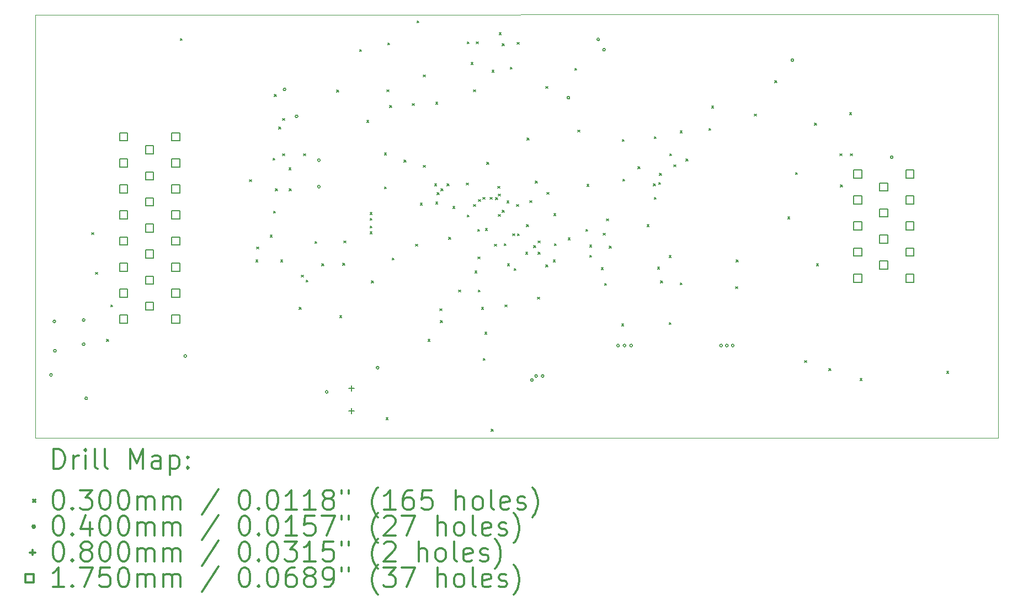
<source format=gbr>
%FSLAX45Y45*%
G04 Gerber Fmt 4.5, Leading zero omitted, Abs format (unit mm)*
G04 Created by KiCad (PCBNEW 5.1.10-1.fc34) date 2021-07-05 17:19:39*
%MOMM*%
%LPD*%
G01*
G04 APERTURE LIST*
%TA.AperFunction,Profile*%
%ADD10C,0.050000*%
%TD*%
%ADD11C,0.200000*%
%ADD12C,0.300000*%
G04 APERTURE END LIST*
D10*
X21456650Y-12938900D02*
X21456650Y-6438900D01*
X6677550Y-12941200D02*
X21456650Y-12938900D01*
X6677550Y-6441200D02*
X6677550Y-12941200D01*
X21456650Y-6438900D02*
X6677550Y-6441200D01*
D11*
X7545000Y-9785000D02*
X7575000Y-9815000D01*
X7575000Y-9785000D02*
X7545000Y-9815000D01*
X7605000Y-10395000D02*
X7635000Y-10425000D01*
X7635000Y-10395000D02*
X7605000Y-10425000D01*
X7775000Y-11425000D02*
X7805000Y-11455000D01*
X7805000Y-11425000D02*
X7775000Y-11455000D01*
X7835000Y-10895000D02*
X7865000Y-10925000D01*
X7865000Y-10895000D02*
X7835000Y-10925000D01*
X8905000Y-6805000D02*
X8935000Y-6835000D01*
X8935000Y-6805000D02*
X8905000Y-6835000D01*
X9965000Y-8975000D02*
X9995000Y-9005000D01*
X9995000Y-8975000D02*
X9965000Y-9005000D01*
X10065000Y-10205000D02*
X10095000Y-10235000D01*
X10095000Y-10205000D02*
X10065000Y-10235000D01*
X10075000Y-10005000D02*
X10105000Y-10035000D01*
X10105000Y-10005000D02*
X10075000Y-10035000D01*
X10285000Y-9825000D02*
X10315000Y-9855000D01*
X10315000Y-9825000D02*
X10285000Y-9855000D01*
X10325000Y-8645000D02*
X10355000Y-8675000D01*
X10355000Y-8645000D02*
X10325000Y-8675000D01*
X10335000Y-9455000D02*
X10365000Y-9485000D01*
X10365000Y-9455000D02*
X10335000Y-9485000D01*
X10345000Y-7665000D02*
X10375000Y-7695000D01*
X10375000Y-7665000D02*
X10345000Y-7695000D01*
X10365000Y-9115000D02*
X10395000Y-9145000D01*
X10395000Y-9115000D02*
X10365000Y-9145000D01*
X10415000Y-8165000D02*
X10445000Y-8195000D01*
X10445000Y-8165000D02*
X10415000Y-8195000D01*
X10445000Y-10205000D02*
X10475000Y-10235000D01*
X10475000Y-10205000D02*
X10445000Y-10235000D01*
X10475000Y-8035000D02*
X10505000Y-8065000D01*
X10505000Y-8035000D02*
X10475000Y-8065000D01*
X10475000Y-8575000D02*
X10505000Y-8605000D01*
X10505000Y-8575000D02*
X10475000Y-8605000D01*
X10571682Y-8791682D02*
X10601682Y-8821682D01*
X10601682Y-8791682D02*
X10571682Y-8821682D01*
X10575000Y-9115000D02*
X10605000Y-9145000D01*
X10605000Y-9115000D02*
X10575000Y-9145000D01*
X10729200Y-10932400D02*
X10759200Y-10962400D01*
X10759200Y-10932400D02*
X10729200Y-10962400D01*
X10760950Y-10437100D02*
X10790950Y-10467100D01*
X10790950Y-10437100D02*
X10760950Y-10467100D01*
X10795000Y-8575000D02*
X10825000Y-8605000D01*
X10825000Y-8575000D02*
X10795000Y-8605000D01*
X10835000Y-10515000D02*
X10865000Y-10545000D01*
X10865000Y-10515000D02*
X10835000Y-10545000D01*
X10970500Y-9922750D02*
X11000500Y-9952750D01*
X11000500Y-9922750D02*
X10970500Y-9952750D01*
X11075000Y-10265000D02*
X11105000Y-10295000D01*
X11105000Y-10265000D02*
X11075000Y-10295000D01*
X11305000Y-7596220D02*
X11335000Y-7626220D01*
X11335000Y-7596220D02*
X11305000Y-7626220D01*
X11351500Y-11059400D02*
X11381500Y-11089400D01*
X11381500Y-11059400D02*
X11351500Y-11089400D01*
X11395000Y-10255000D02*
X11425000Y-10285000D01*
X11425000Y-10255000D02*
X11395000Y-10285000D01*
X11415000Y-9915000D02*
X11445000Y-9945000D01*
X11445000Y-9915000D02*
X11415000Y-9945000D01*
X11655000Y-6975000D02*
X11685000Y-7005000D01*
X11685000Y-6975000D02*
X11655000Y-7005000D01*
X11765000Y-8065000D02*
X11795000Y-8095000D01*
X11795000Y-8065000D02*
X11765000Y-8095000D01*
X11815000Y-9475000D02*
X11845000Y-9505000D01*
X11845000Y-9475000D02*
X11815000Y-9505000D01*
X11815000Y-9565000D02*
X11845000Y-9595000D01*
X11845000Y-9565000D02*
X11815000Y-9595000D01*
X11815000Y-9685000D02*
X11845000Y-9715000D01*
X11845000Y-9685000D02*
X11815000Y-9715000D01*
X11815000Y-9775000D02*
X11845000Y-9805000D01*
X11845000Y-9775000D02*
X11815000Y-9805000D01*
X11835000Y-10525000D02*
X11865000Y-10555000D01*
X11865000Y-10525000D02*
X11835000Y-10555000D01*
X12035000Y-8565000D02*
X12065000Y-8595000D01*
X12065000Y-8565000D02*
X12035000Y-8595000D01*
X12035000Y-9085000D02*
X12065000Y-9115000D01*
X12065000Y-9085000D02*
X12035000Y-9115000D01*
X12062700Y-12627850D02*
X12092700Y-12657850D01*
X12092700Y-12627850D02*
X12062700Y-12657850D01*
X12075000Y-7595000D02*
X12105000Y-7625000D01*
X12105000Y-7595000D02*
X12075000Y-7625000D01*
X12085000Y-6875000D02*
X12115000Y-6905000D01*
X12115000Y-6875000D02*
X12085000Y-6905000D01*
X12115000Y-7835000D02*
X12145000Y-7865000D01*
X12145000Y-7835000D02*
X12115000Y-7865000D01*
X12155000Y-10175000D02*
X12185000Y-10205000D01*
X12185000Y-10175000D02*
X12155000Y-10205000D01*
X12335000Y-8675000D02*
X12365000Y-8705000D01*
X12365000Y-8675000D02*
X12335000Y-8705000D01*
X12465000Y-7805000D02*
X12495000Y-7835000D01*
X12495000Y-7805000D02*
X12465000Y-7835000D01*
X12515000Y-9965000D02*
X12545000Y-9995000D01*
X12545000Y-9965000D02*
X12515000Y-9995000D01*
X12535000Y-6535000D02*
X12565000Y-6565000D01*
X12565000Y-6535000D02*
X12535000Y-6565000D01*
X12585000Y-9335000D02*
X12615000Y-9365000D01*
X12615000Y-9335000D02*
X12585000Y-9365000D01*
X12635000Y-7365000D02*
X12665000Y-7395000D01*
X12665000Y-7365000D02*
X12635000Y-7395000D01*
X12635000Y-8755000D02*
X12665000Y-8785000D01*
X12665000Y-8755000D02*
X12635000Y-8785000D01*
X12705000Y-11425000D02*
X12735000Y-11455000D01*
X12735000Y-11425000D02*
X12705000Y-11455000D01*
X12805000Y-9035000D02*
X12835000Y-9065000D01*
X12835000Y-9035000D02*
X12805000Y-9065000D01*
X12825000Y-7785000D02*
X12855000Y-7815000D01*
X12855000Y-7785000D02*
X12825000Y-7815000D01*
X12825000Y-9315000D02*
X12855000Y-9345000D01*
X12855000Y-9315000D02*
X12825000Y-9345000D01*
X12844289Y-9170560D02*
X12874289Y-9200560D01*
X12874289Y-9170560D02*
X12844289Y-9200560D01*
X12885000Y-10955000D02*
X12915000Y-10985000D01*
X12915000Y-10955000D02*
X12885000Y-10985000D01*
X12895000Y-11135000D02*
X12925000Y-11165000D01*
X12925000Y-11135000D02*
X12895000Y-11165000D01*
X12905000Y-9115000D02*
X12935000Y-9145000D01*
X12935000Y-9115000D02*
X12905000Y-9145000D01*
X12995000Y-9035000D02*
X13025000Y-9065000D01*
X13025000Y-9035000D02*
X12995000Y-9065000D01*
X13021550Y-9859250D02*
X13051550Y-9889250D01*
X13051550Y-9859250D02*
X13021550Y-9889250D01*
X13085107Y-9385000D02*
X13115107Y-9415000D01*
X13115107Y-9385000D02*
X13085107Y-9415000D01*
X13175000Y-10665000D02*
X13205000Y-10695000D01*
X13205000Y-10665000D02*
X13175000Y-10695000D01*
X13295000Y-9025000D02*
X13325000Y-9055000D01*
X13325000Y-9025000D02*
X13295000Y-9055000D01*
X13305000Y-6855000D02*
X13335000Y-6885000D01*
X13335000Y-6855000D02*
X13305000Y-6885000D01*
X13305000Y-9515000D02*
X13335000Y-9545000D01*
X13335000Y-9515000D02*
X13305000Y-9545000D01*
X13365000Y-7175000D02*
X13395000Y-7205000D01*
X13395000Y-7175000D02*
X13365000Y-7205000D01*
X13405000Y-7595000D02*
X13435000Y-7625000D01*
X13435000Y-7595000D02*
X13405000Y-7625000D01*
X13405000Y-9355000D02*
X13435000Y-9385000D01*
X13435000Y-9355000D02*
X13405000Y-9385000D01*
X13425000Y-10375000D02*
X13455000Y-10405000D01*
X13455000Y-10375000D02*
X13425000Y-10405000D01*
X13445000Y-6855000D02*
X13475000Y-6885000D01*
X13475000Y-6855000D02*
X13445000Y-6885000D01*
X13465000Y-9735000D02*
X13495000Y-9765000D01*
X13495000Y-9735000D02*
X13465000Y-9765000D01*
X13470499Y-10160499D02*
X13500499Y-10190499D01*
X13500499Y-10160499D02*
X13470499Y-10190499D01*
X13475000Y-10665000D02*
X13505000Y-10695000D01*
X13505000Y-10665000D02*
X13475000Y-10695000D01*
X13481674Y-9276663D02*
X13511674Y-9306663D01*
X13511674Y-9276663D02*
X13481674Y-9306663D01*
X13525000Y-10935000D02*
X13555000Y-10965000D01*
X13555000Y-10935000D02*
X13525000Y-10965000D01*
X13545000Y-9245000D02*
X13575000Y-9275000D01*
X13575000Y-9245000D02*
X13545000Y-9275000D01*
X13551875Y-11718125D02*
X13581875Y-11748125D01*
X13581875Y-11718125D02*
X13551875Y-11748125D01*
X13575000Y-11315000D02*
X13605000Y-11345000D01*
X13605000Y-11315000D02*
X13575000Y-11345000D01*
X13585000Y-9725000D02*
X13615000Y-9755000D01*
X13615000Y-9725000D02*
X13585000Y-9755000D01*
X13605000Y-8705000D02*
X13635000Y-8735000D01*
X13635000Y-8705000D02*
X13605000Y-8735000D01*
X13655000Y-9245000D02*
X13685000Y-9275000D01*
X13685000Y-9245000D02*
X13655000Y-9275000D01*
X13675000Y-12805000D02*
X13705000Y-12835000D01*
X13705000Y-12805000D02*
X13675000Y-12835000D01*
X13685000Y-7294840D02*
X13715000Y-7324840D01*
X13715000Y-7294840D02*
X13685000Y-7324840D01*
X13725000Y-9965000D02*
X13755000Y-9995000D01*
X13755000Y-9965000D02*
X13725000Y-9995000D01*
X13740771Y-9250286D02*
X13770771Y-9280286D01*
X13770771Y-9250286D02*
X13740771Y-9280286D01*
X13775000Y-9075000D02*
X13805000Y-9105000D01*
X13805000Y-9075000D02*
X13775000Y-9105000D01*
X13785000Y-9195000D02*
X13815000Y-9225000D01*
X13815000Y-9195000D02*
X13785000Y-9225000D01*
X13785000Y-9505000D02*
X13815000Y-9535000D01*
X13815000Y-9505000D02*
X13785000Y-9535000D01*
X13798030Y-6719039D02*
X13828030Y-6749039D01*
X13828030Y-6719039D02*
X13798030Y-6749039D01*
X13845000Y-6885000D02*
X13875000Y-6915000D01*
X13875000Y-6885000D02*
X13845000Y-6915000D01*
X13845000Y-9445000D02*
X13875000Y-9475000D01*
X13875000Y-9445000D02*
X13845000Y-9475000D01*
X13875000Y-9955000D02*
X13905000Y-9985000D01*
X13905000Y-9955000D02*
X13875000Y-9985000D01*
X13885000Y-10895000D02*
X13915000Y-10925000D01*
X13915000Y-10895000D02*
X13885000Y-10925000D01*
X13915000Y-9299440D02*
X13945000Y-9329440D01*
X13945000Y-9299440D02*
X13915000Y-9329440D01*
X13925000Y-10265000D02*
X13955000Y-10295000D01*
X13955000Y-10265000D02*
X13925000Y-10295000D01*
X13965000Y-7245000D02*
X13995000Y-7275000D01*
X13995000Y-7245000D02*
X13965000Y-7275000D01*
X14004200Y-9805000D02*
X14034200Y-9835000D01*
X14034200Y-9805000D02*
X14004200Y-9835000D01*
X14025000Y-10335000D02*
X14055000Y-10365000D01*
X14055000Y-10335000D02*
X14025000Y-10365000D01*
X14065000Y-9355000D02*
X14095000Y-9385000D01*
X14095000Y-9355000D02*
X14065000Y-9385000D01*
X14073350Y-6863350D02*
X14103350Y-6893350D01*
X14103350Y-6863350D02*
X14073350Y-6893350D01*
X14075000Y-9805000D02*
X14105000Y-9835000D01*
X14105000Y-9805000D02*
X14075000Y-9835000D01*
X14205000Y-10085000D02*
X14235000Y-10115000D01*
X14235000Y-10085000D02*
X14205000Y-10115000D01*
X14215000Y-9665000D02*
X14245000Y-9695000D01*
X14245000Y-9665000D02*
X14215000Y-9695000D01*
X14225000Y-8335000D02*
X14255000Y-8365000D01*
X14255000Y-8335000D02*
X14225000Y-8365000D01*
X14265000Y-9295000D02*
X14295000Y-9325000D01*
X14295000Y-9295000D02*
X14265000Y-9325000D01*
X14325000Y-9985000D02*
X14355000Y-10015000D01*
X14355000Y-9985000D02*
X14325000Y-10015000D01*
X14353384Y-8996615D02*
X14383384Y-9026615D01*
X14383384Y-8996615D02*
X14353384Y-9026615D01*
X14385000Y-10775000D02*
X14415000Y-10805000D01*
X14415000Y-10775000D02*
X14385000Y-10805000D01*
X14395000Y-9915000D02*
X14425000Y-9945000D01*
X14425000Y-9915000D02*
X14395000Y-9945000D01*
X14395000Y-10085000D02*
X14425000Y-10115000D01*
X14425000Y-10085000D02*
X14395000Y-10115000D01*
X14512075Y-7542075D02*
X14542075Y-7572075D01*
X14542075Y-7542075D02*
X14512075Y-7572075D01*
X14513549Y-10282032D02*
X14543549Y-10312032D01*
X14543549Y-10282032D02*
X14513549Y-10312032D01*
X14529604Y-9169604D02*
X14559604Y-9199604D01*
X14559604Y-9169604D02*
X14529604Y-9199604D01*
X14625000Y-10205000D02*
X14655000Y-10235000D01*
X14655000Y-10205000D02*
X14625000Y-10235000D01*
X14635000Y-9495000D02*
X14665000Y-9525000D01*
X14665000Y-9495000D02*
X14635000Y-9525000D01*
X14645000Y-9955000D02*
X14675000Y-9985000D01*
X14675000Y-9955000D02*
X14645000Y-9985000D01*
X14855000Y-9865000D02*
X14885000Y-9895000D01*
X14885000Y-9865000D02*
X14855000Y-9895000D01*
X14955000Y-7265000D02*
X14985000Y-7295000D01*
X14985000Y-7265000D02*
X14955000Y-7295000D01*
X15002750Y-8212750D02*
X15032750Y-8242750D01*
X15032750Y-8212750D02*
X15002750Y-8242750D01*
X15125000Y-9735000D02*
X15155000Y-9765000D01*
X15155000Y-9735000D02*
X15125000Y-9765000D01*
X15145000Y-9045000D02*
X15175000Y-9075000D01*
X15175000Y-9045000D02*
X15145000Y-9075000D01*
X15185000Y-9975000D02*
X15215000Y-10005000D01*
X15215000Y-9975000D02*
X15185000Y-10005000D01*
X15185000Y-10135000D02*
X15215000Y-10165000D01*
X15215000Y-10135000D02*
X15185000Y-10165000D01*
X15365000Y-10325000D02*
X15395000Y-10355000D01*
X15395000Y-10325000D02*
X15365000Y-10355000D01*
X15395000Y-9795000D02*
X15425000Y-9825000D01*
X15425000Y-9795000D02*
X15395000Y-9825000D01*
X15415000Y-10565000D02*
X15445000Y-10595000D01*
X15445000Y-10565000D02*
X15415000Y-10595000D01*
X15445000Y-9575000D02*
X15475000Y-9605000D01*
X15475000Y-9575000D02*
X15445000Y-9605000D01*
X15485000Y-9995000D02*
X15515000Y-10025000D01*
X15515000Y-9995000D02*
X15485000Y-10025000D01*
X15675850Y-11186400D02*
X15705850Y-11216400D01*
X15705850Y-11186400D02*
X15675850Y-11216400D01*
X15685000Y-8355000D02*
X15715000Y-8385000D01*
X15715000Y-8355000D02*
X15685000Y-8385000D01*
X15695000Y-8965000D02*
X15725000Y-8995000D01*
X15725000Y-8965000D02*
X15695000Y-8995000D01*
X15925000Y-8775000D02*
X15955000Y-8805000D01*
X15955000Y-8775000D02*
X15925000Y-8805000D01*
X16065000Y-9665000D02*
X16095000Y-9695000D01*
X16095000Y-9665000D02*
X16065000Y-9695000D01*
X16165000Y-9035000D02*
X16195000Y-9065000D01*
X16195000Y-9035000D02*
X16165000Y-9065000D01*
X16175000Y-8315000D02*
X16205000Y-8345000D01*
X16205000Y-8315000D02*
X16175000Y-8345000D01*
X16175000Y-9245000D02*
X16205000Y-9275000D01*
X16205000Y-9245000D02*
X16175000Y-9275000D01*
X16225000Y-10315000D02*
X16255000Y-10345000D01*
X16255000Y-10315000D02*
X16225000Y-10345000D01*
X16245000Y-9015000D02*
X16275000Y-9045000D01*
X16275000Y-9015000D02*
X16245000Y-9045000D01*
X16255000Y-8875000D02*
X16285000Y-8905000D01*
X16285000Y-8875000D02*
X16255000Y-8905000D01*
X16275000Y-10525000D02*
X16305000Y-10555000D01*
X16305000Y-10525000D02*
X16275000Y-10555000D01*
X16405000Y-11165000D02*
X16435000Y-11195000D01*
X16435000Y-11165000D02*
X16405000Y-11195000D01*
X16406100Y-10138650D02*
X16436100Y-10168650D01*
X16436100Y-10138650D02*
X16406100Y-10168650D01*
X16415000Y-8575000D02*
X16445000Y-8605000D01*
X16445000Y-8575000D02*
X16415000Y-8605000D01*
X16475000Y-8745000D02*
X16505000Y-8775000D01*
X16505000Y-8745000D02*
X16475000Y-8775000D01*
X16574950Y-8225050D02*
X16604950Y-8255050D01*
X16604950Y-8225050D02*
X16574950Y-8255050D01*
X16575000Y-10555000D02*
X16605000Y-10585000D01*
X16605000Y-10555000D02*
X16575000Y-10585000D01*
X16665000Y-8655000D02*
X16695000Y-8685000D01*
X16695000Y-8655000D02*
X16665000Y-8685000D01*
X17015000Y-8185000D02*
X17045000Y-8215000D01*
X17045000Y-8185000D02*
X17015000Y-8215000D01*
X17055000Y-7845000D02*
X17085000Y-7875000D01*
X17085000Y-7845000D02*
X17055000Y-7875000D01*
X17425000Y-10615000D02*
X17455000Y-10645000D01*
X17455000Y-10615000D02*
X17425000Y-10645000D01*
X17435000Y-10205000D02*
X17465000Y-10235000D01*
X17465000Y-10205000D02*
X17435000Y-10235000D01*
X17715000Y-7965000D02*
X17745000Y-7995000D01*
X17745000Y-7965000D02*
X17715000Y-7995000D01*
X18025000Y-7455000D02*
X18055000Y-7485000D01*
X18055000Y-7455000D02*
X18025000Y-7485000D01*
X18225000Y-9545000D02*
X18255000Y-9575000D01*
X18255000Y-9545000D02*
X18225000Y-9575000D01*
X18345000Y-8865000D02*
X18375000Y-8895000D01*
X18375000Y-8865000D02*
X18345000Y-8895000D01*
X18482550Y-11751550D02*
X18512550Y-11781550D01*
X18512550Y-11751550D02*
X18482550Y-11781550D01*
X18635000Y-8105000D02*
X18665000Y-8135000D01*
X18665000Y-8105000D02*
X18635000Y-8135000D01*
X18665000Y-10265000D02*
X18695000Y-10295000D01*
X18695000Y-10265000D02*
X18665000Y-10295000D01*
X18855000Y-11875000D02*
X18885000Y-11905000D01*
X18885000Y-11875000D02*
X18855000Y-11905000D01*
X19025000Y-8575000D02*
X19055000Y-8605000D01*
X19055000Y-8575000D02*
X19025000Y-8605000D01*
X19035000Y-9055000D02*
X19065000Y-9085000D01*
X19065000Y-9055000D02*
X19035000Y-9085000D01*
X19175000Y-7945000D02*
X19205000Y-7975000D01*
X19205000Y-7945000D02*
X19175000Y-7975000D01*
X19185000Y-8575000D02*
X19215000Y-8605000D01*
X19215000Y-8575000D02*
X19185000Y-8605000D01*
X19335000Y-12025000D02*
X19365000Y-12055000D01*
X19365000Y-12025000D02*
X19335000Y-12055000D01*
X20665000Y-11915000D02*
X20695000Y-11945000D01*
X20695000Y-11915000D02*
X20665000Y-11945000D01*
X6940000Y-11970000D02*
G75*
G03*
X6940000Y-11970000I-20000J0D01*
G01*
X6990000Y-11150000D02*
G75*
G03*
X6990000Y-11150000I-20000J0D01*
G01*
X7000000Y-11600000D02*
G75*
G03*
X7000000Y-11600000I-20000J0D01*
G01*
X7440000Y-11130000D02*
G75*
G03*
X7440000Y-11130000I-20000J0D01*
G01*
X7440000Y-11500000D02*
G75*
G03*
X7440000Y-11500000I-20000J0D01*
G01*
X7480000Y-12330000D02*
G75*
G03*
X7480000Y-12330000I-20000J0D01*
G01*
X9000000Y-11680000D02*
G75*
G03*
X9000000Y-11680000I-20000J0D01*
G01*
X10522900Y-7588250D02*
G75*
G03*
X10522900Y-7588250I-20000J0D01*
G01*
X10707050Y-8001000D02*
G75*
G03*
X10707050Y-8001000I-20000J0D01*
G01*
X11049950Y-8674100D02*
G75*
G03*
X11049950Y-8674100I-20000J0D01*
G01*
X11049950Y-9080500D02*
G75*
G03*
X11049950Y-9080500I-20000J0D01*
G01*
X11170000Y-12230000D02*
G75*
G03*
X11170000Y-12230000I-20000J0D01*
G01*
X11950000Y-11860000D02*
G75*
G03*
X11950000Y-11860000I-20000J0D01*
G01*
X14320000Y-12050000D02*
G75*
G03*
X14320000Y-12050000I-20000J0D01*
G01*
X14382750Y-11987750D02*
G75*
G03*
X14382750Y-11987750I-20000J0D01*
G01*
X14482750Y-11987750D02*
G75*
G03*
X14482750Y-11987750I-20000J0D01*
G01*
X14879000Y-7715250D02*
G75*
G03*
X14879000Y-7715250I-20000J0D01*
G01*
X15336200Y-6819900D02*
G75*
G03*
X15336200Y-6819900I-20000J0D01*
G01*
X15425100Y-6978650D02*
G75*
G03*
X15425100Y-6978650I-20000J0D01*
G01*
X15640000Y-11520000D02*
G75*
G03*
X15640000Y-11520000I-20000J0D01*
G01*
X15740000Y-11520000D02*
G75*
G03*
X15740000Y-11520000I-20000J0D01*
G01*
X15840000Y-11520000D02*
G75*
G03*
X15840000Y-11520000I-20000J0D01*
G01*
X17220000Y-11520000D02*
G75*
G03*
X17220000Y-11520000I-20000J0D01*
G01*
X17310000Y-11520000D02*
G75*
G03*
X17310000Y-11520000I-20000J0D01*
G01*
X17400000Y-11520000D02*
G75*
G03*
X17400000Y-11520000I-20000J0D01*
G01*
X18314350Y-7137400D02*
G75*
G03*
X18314350Y-7137400I-20000J0D01*
G01*
X19838350Y-8629650D02*
G75*
G03*
X19838350Y-8629650I-20000J0D01*
G01*
X11531850Y-12134550D02*
X11531850Y-12214550D01*
X11491850Y-12174550D02*
X11571850Y-12174550D01*
X11531850Y-12484550D02*
X11531850Y-12564550D01*
X11491850Y-12524550D02*
X11571850Y-12524550D01*
X8094672Y-8377372D02*
X8094672Y-8253628D01*
X7970928Y-8253628D01*
X7970928Y-8377372D01*
X8094672Y-8377372D01*
X8094672Y-8777372D02*
X8094672Y-8653628D01*
X7970928Y-8653628D01*
X7970928Y-8777372D01*
X8094672Y-8777372D01*
X8094672Y-9177372D02*
X8094672Y-9053628D01*
X7970928Y-9053628D01*
X7970928Y-9177372D01*
X8094672Y-9177372D01*
X8094672Y-9577372D02*
X8094672Y-9453628D01*
X7970928Y-9453628D01*
X7970928Y-9577372D01*
X8094672Y-9577372D01*
X8094672Y-9977372D02*
X8094672Y-9853628D01*
X7970928Y-9853628D01*
X7970928Y-9977372D01*
X8094672Y-9977372D01*
X8094672Y-10377372D02*
X8094672Y-10253628D01*
X7970928Y-10253628D01*
X7970928Y-10377372D01*
X8094672Y-10377372D01*
X8094672Y-10777372D02*
X8094672Y-10653628D01*
X7970928Y-10653628D01*
X7970928Y-10777372D01*
X8094672Y-10777372D01*
X8094672Y-11177372D02*
X8094672Y-11053628D01*
X7970928Y-11053628D01*
X7970928Y-11177372D01*
X8094672Y-11177372D01*
X8494672Y-8577372D02*
X8494672Y-8453628D01*
X8370928Y-8453628D01*
X8370928Y-8577372D01*
X8494672Y-8577372D01*
X8494672Y-8977372D02*
X8494672Y-8853628D01*
X8370928Y-8853628D01*
X8370928Y-8977372D01*
X8494672Y-8977372D01*
X8494672Y-9377372D02*
X8494672Y-9253628D01*
X8370928Y-9253628D01*
X8370928Y-9377372D01*
X8494672Y-9377372D01*
X8494672Y-9777372D02*
X8494672Y-9653628D01*
X8370928Y-9653628D01*
X8370928Y-9777372D01*
X8494672Y-9777372D01*
X8494672Y-10177372D02*
X8494672Y-10053628D01*
X8370928Y-10053628D01*
X8370928Y-10177372D01*
X8494672Y-10177372D01*
X8494672Y-10577372D02*
X8494672Y-10453628D01*
X8370928Y-10453628D01*
X8370928Y-10577372D01*
X8494672Y-10577372D01*
X8494672Y-10977372D02*
X8494672Y-10853628D01*
X8370928Y-10853628D01*
X8370928Y-10977372D01*
X8494672Y-10977372D01*
X8894672Y-8377372D02*
X8894672Y-8253628D01*
X8770928Y-8253628D01*
X8770928Y-8377372D01*
X8894672Y-8377372D01*
X8894672Y-8777372D02*
X8894672Y-8653628D01*
X8770928Y-8653628D01*
X8770928Y-8777372D01*
X8894672Y-8777372D01*
X8894672Y-9177372D02*
X8894672Y-9053628D01*
X8770928Y-9053628D01*
X8770928Y-9177372D01*
X8894672Y-9177372D01*
X8894672Y-9577372D02*
X8894672Y-9453628D01*
X8770928Y-9453628D01*
X8770928Y-9577372D01*
X8894672Y-9577372D01*
X8894672Y-9977372D02*
X8894672Y-9853628D01*
X8770928Y-9853628D01*
X8770928Y-9977372D01*
X8894672Y-9977372D01*
X8894672Y-10377372D02*
X8894672Y-10253628D01*
X8770928Y-10253628D01*
X8770928Y-10377372D01*
X8894672Y-10377372D01*
X8894672Y-10777372D02*
X8894672Y-10653628D01*
X8770928Y-10653628D01*
X8770928Y-10777372D01*
X8894672Y-10777372D01*
X8894672Y-11177372D02*
X8894672Y-11053628D01*
X8770928Y-11053628D01*
X8770928Y-11177372D01*
X8894672Y-11177372D01*
X19359672Y-8946722D02*
X19359672Y-8822978D01*
X19235928Y-8822978D01*
X19235928Y-8946722D01*
X19359672Y-8946722D01*
X19359672Y-9346722D02*
X19359672Y-9222978D01*
X19235928Y-9222978D01*
X19235928Y-9346722D01*
X19359672Y-9346722D01*
X19359672Y-9746722D02*
X19359672Y-9622978D01*
X19235928Y-9622978D01*
X19235928Y-9746722D01*
X19359672Y-9746722D01*
X19359672Y-10146722D02*
X19359672Y-10022978D01*
X19235928Y-10022978D01*
X19235928Y-10146722D01*
X19359672Y-10146722D01*
X19359672Y-10546722D02*
X19359672Y-10422978D01*
X19235928Y-10422978D01*
X19235928Y-10546722D01*
X19359672Y-10546722D01*
X19759672Y-9146722D02*
X19759672Y-9022978D01*
X19635928Y-9022978D01*
X19635928Y-9146722D01*
X19759672Y-9146722D01*
X19759672Y-9546722D02*
X19759672Y-9422978D01*
X19635928Y-9422978D01*
X19635928Y-9546722D01*
X19759672Y-9546722D01*
X19759672Y-9946722D02*
X19759672Y-9822978D01*
X19635928Y-9822978D01*
X19635928Y-9946722D01*
X19759672Y-9946722D01*
X19759672Y-10346722D02*
X19759672Y-10222978D01*
X19635928Y-10222978D01*
X19635928Y-10346722D01*
X19759672Y-10346722D01*
X20159672Y-8946722D02*
X20159672Y-8822978D01*
X20035928Y-8822978D01*
X20035928Y-8946722D01*
X20159672Y-8946722D01*
X20159672Y-9346722D02*
X20159672Y-9222978D01*
X20035928Y-9222978D01*
X20035928Y-9346722D01*
X20159672Y-9346722D01*
X20159672Y-9746722D02*
X20159672Y-9622978D01*
X20035928Y-9622978D01*
X20035928Y-9746722D01*
X20159672Y-9746722D01*
X20159672Y-10146722D02*
X20159672Y-10022978D01*
X20035928Y-10022978D01*
X20035928Y-10146722D01*
X20159672Y-10146722D01*
X20159672Y-10546722D02*
X20159672Y-10422978D01*
X20035928Y-10422978D01*
X20035928Y-10546722D01*
X20159672Y-10546722D01*
D12*
X6961478Y-13409414D02*
X6961478Y-13109414D01*
X7032907Y-13109414D01*
X7075764Y-13123700D01*
X7104336Y-13152271D01*
X7118621Y-13180843D01*
X7132907Y-13237986D01*
X7132907Y-13280843D01*
X7118621Y-13337986D01*
X7104336Y-13366557D01*
X7075764Y-13395129D01*
X7032907Y-13409414D01*
X6961478Y-13409414D01*
X7261478Y-13409414D02*
X7261478Y-13209414D01*
X7261478Y-13266557D02*
X7275764Y-13237986D01*
X7290050Y-13223700D01*
X7318621Y-13209414D01*
X7347193Y-13209414D01*
X7447193Y-13409414D02*
X7447193Y-13209414D01*
X7447193Y-13109414D02*
X7432907Y-13123700D01*
X7447193Y-13137986D01*
X7461478Y-13123700D01*
X7447193Y-13109414D01*
X7447193Y-13137986D01*
X7632907Y-13409414D02*
X7604336Y-13395129D01*
X7590050Y-13366557D01*
X7590050Y-13109414D01*
X7790050Y-13409414D02*
X7761478Y-13395129D01*
X7747193Y-13366557D01*
X7747193Y-13109414D01*
X8132907Y-13409414D02*
X8132907Y-13109414D01*
X8232907Y-13323700D01*
X8332907Y-13109414D01*
X8332907Y-13409414D01*
X8604336Y-13409414D02*
X8604336Y-13252271D01*
X8590050Y-13223700D01*
X8561478Y-13209414D01*
X8504336Y-13209414D01*
X8475764Y-13223700D01*
X8604336Y-13395129D02*
X8575764Y-13409414D01*
X8504336Y-13409414D01*
X8475764Y-13395129D01*
X8461478Y-13366557D01*
X8461478Y-13337986D01*
X8475764Y-13309414D01*
X8504336Y-13295129D01*
X8575764Y-13295129D01*
X8604336Y-13280843D01*
X8747193Y-13209414D02*
X8747193Y-13509414D01*
X8747193Y-13223700D02*
X8775764Y-13209414D01*
X8832907Y-13209414D01*
X8861478Y-13223700D01*
X8875764Y-13237986D01*
X8890050Y-13266557D01*
X8890050Y-13352271D01*
X8875764Y-13380843D01*
X8861478Y-13395129D01*
X8832907Y-13409414D01*
X8775764Y-13409414D01*
X8747193Y-13395129D01*
X9018621Y-13380843D02*
X9032907Y-13395129D01*
X9018621Y-13409414D01*
X9004336Y-13395129D01*
X9018621Y-13380843D01*
X9018621Y-13409414D01*
X9018621Y-13223700D02*
X9032907Y-13237986D01*
X9018621Y-13252271D01*
X9004336Y-13237986D01*
X9018621Y-13223700D01*
X9018621Y-13252271D01*
X6645050Y-13888700D02*
X6675050Y-13918700D01*
X6675050Y-13888700D02*
X6645050Y-13918700D01*
X7018621Y-13739414D02*
X7047193Y-13739414D01*
X7075764Y-13753700D01*
X7090050Y-13767986D01*
X7104336Y-13796557D01*
X7118621Y-13853700D01*
X7118621Y-13925129D01*
X7104336Y-13982271D01*
X7090050Y-14010843D01*
X7075764Y-14025129D01*
X7047193Y-14039414D01*
X7018621Y-14039414D01*
X6990050Y-14025129D01*
X6975764Y-14010843D01*
X6961478Y-13982271D01*
X6947193Y-13925129D01*
X6947193Y-13853700D01*
X6961478Y-13796557D01*
X6975764Y-13767986D01*
X6990050Y-13753700D01*
X7018621Y-13739414D01*
X7247193Y-14010843D02*
X7261478Y-14025129D01*
X7247193Y-14039414D01*
X7232907Y-14025129D01*
X7247193Y-14010843D01*
X7247193Y-14039414D01*
X7361478Y-13739414D02*
X7547193Y-13739414D01*
X7447193Y-13853700D01*
X7490050Y-13853700D01*
X7518621Y-13867986D01*
X7532907Y-13882271D01*
X7547193Y-13910843D01*
X7547193Y-13982271D01*
X7532907Y-14010843D01*
X7518621Y-14025129D01*
X7490050Y-14039414D01*
X7404336Y-14039414D01*
X7375764Y-14025129D01*
X7361478Y-14010843D01*
X7732907Y-13739414D02*
X7761478Y-13739414D01*
X7790050Y-13753700D01*
X7804336Y-13767986D01*
X7818621Y-13796557D01*
X7832907Y-13853700D01*
X7832907Y-13925129D01*
X7818621Y-13982271D01*
X7804336Y-14010843D01*
X7790050Y-14025129D01*
X7761478Y-14039414D01*
X7732907Y-14039414D01*
X7704336Y-14025129D01*
X7690050Y-14010843D01*
X7675764Y-13982271D01*
X7661478Y-13925129D01*
X7661478Y-13853700D01*
X7675764Y-13796557D01*
X7690050Y-13767986D01*
X7704336Y-13753700D01*
X7732907Y-13739414D01*
X8018621Y-13739414D02*
X8047193Y-13739414D01*
X8075764Y-13753700D01*
X8090050Y-13767986D01*
X8104336Y-13796557D01*
X8118621Y-13853700D01*
X8118621Y-13925129D01*
X8104336Y-13982271D01*
X8090050Y-14010843D01*
X8075764Y-14025129D01*
X8047193Y-14039414D01*
X8018621Y-14039414D01*
X7990050Y-14025129D01*
X7975764Y-14010843D01*
X7961478Y-13982271D01*
X7947193Y-13925129D01*
X7947193Y-13853700D01*
X7961478Y-13796557D01*
X7975764Y-13767986D01*
X7990050Y-13753700D01*
X8018621Y-13739414D01*
X8247193Y-14039414D02*
X8247193Y-13839414D01*
X8247193Y-13867986D02*
X8261478Y-13853700D01*
X8290050Y-13839414D01*
X8332907Y-13839414D01*
X8361478Y-13853700D01*
X8375764Y-13882271D01*
X8375764Y-14039414D01*
X8375764Y-13882271D02*
X8390050Y-13853700D01*
X8418621Y-13839414D01*
X8461478Y-13839414D01*
X8490050Y-13853700D01*
X8504336Y-13882271D01*
X8504336Y-14039414D01*
X8647193Y-14039414D02*
X8647193Y-13839414D01*
X8647193Y-13867986D02*
X8661478Y-13853700D01*
X8690050Y-13839414D01*
X8732907Y-13839414D01*
X8761478Y-13853700D01*
X8775764Y-13882271D01*
X8775764Y-14039414D01*
X8775764Y-13882271D02*
X8790050Y-13853700D01*
X8818621Y-13839414D01*
X8861478Y-13839414D01*
X8890050Y-13853700D01*
X8904336Y-13882271D01*
X8904336Y-14039414D01*
X9490050Y-13725129D02*
X9232907Y-14110843D01*
X9875764Y-13739414D02*
X9904336Y-13739414D01*
X9932907Y-13753700D01*
X9947193Y-13767986D01*
X9961478Y-13796557D01*
X9975764Y-13853700D01*
X9975764Y-13925129D01*
X9961478Y-13982271D01*
X9947193Y-14010843D01*
X9932907Y-14025129D01*
X9904336Y-14039414D01*
X9875764Y-14039414D01*
X9847193Y-14025129D01*
X9832907Y-14010843D01*
X9818621Y-13982271D01*
X9804336Y-13925129D01*
X9804336Y-13853700D01*
X9818621Y-13796557D01*
X9832907Y-13767986D01*
X9847193Y-13753700D01*
X9875764Y-13739414D01*
X10104336Y-14010843D02*
X10118621Y-14025129D01*
X10104336Y-14039414D01*
X10090050Y-14025129D01*
X10104336Y-14010843D01*
X10104336Y-14039414D01*
X10304336Y-13739414D02*
X10332907Y-13739414D01*
X10361478Y-13753700D01*
X10375764Y-13767986D01*
X10390050Y-13796557D01*
X10404336Y-13853700D01*
X10404336Y-13925129D01*
X10390050Y-13982271D01*
X10375764Y-14010843D01*
X10361478Y-14025129D01*
X10332907Y-14039414D01*
X10304336Y-14039414D01*
X10275764Y-14025129D01*
X10261478Y-14010843D01*
X10247193Y-13982271D01*
X10232907Y-13925129D01*
X10232907Y-13853700D01*
X10247193Y-13796557D01*
X10261478Y-13767986D01*
X10275764Y-13753700D01*
X10304336Y-13739414D01*
X10690050Y-14039414D02*
X10518621Y-14039414D01*
X10604336Y-14039414D02*
X10604336Y-13739414D01*
X10575764Y-13782271D01*
X10547193Y-13810843D01*
X10518621Y-13825129D01*
X10975764Y-14039414D02*
X10804336Y-14039414D01*
X10890050Y-14039414D02*
X10890050Y-13739414D01*
X10861478Y-13782271D01*
X10832907Y-13810843D01*
X10804336Y-13825129D01*
X11147193Y-13867986D02*
X11118621Y-13853700D01*
X11104336Y-13839414D01*
X11090050Y-13810843D01*
X11090050Y-13796557D01*
X11104336Y-13767986D01*
X11118621Y-13753700D01*
X11147193Y-13739414D01*
X11204336Y-13739414D01*
X11232907Y-13753700D01*
X11247193Y-13767986D01*
X11261478Y-13796557D01*
X11261478Y-13810843D01*
X11247193Y-13839414D01*
X11232907Y-13853700D01*
X11204336Y-13867986D01*
X11147193Y-13867986D01*
X11118621Y-13882271D01*
X11104336Y-13896557D01*
X11090050Y-13925129D01*
X11090050Y-13982271D01*
X11104336Y-14010843D01*
X11118621Y-14025129D01*
X11147193Y-14039414D01*
X11204336Y-14039414D01*
X11232907Y-14025129D01*
X11247193Y-14010843D01*
X11261478Y-13982271D01*
X11261478Y-13925129D01*
X11247193Y-13896557D01*
X11232907Y-13882271D01*
X11204336Y-13867986D01*
X11375764Y-13739414D02*
X11375764Y-13796557D01*
X11490050Y-13739414D02*
X11490050Y-13796557D01*
X11932907Y-14153700D02*
X11918621Y-14139414D01*
X11890050Y-14096557D01*
X11875764Y-14067986D01*
X11861478Y-14025129D01*
X11847193Y-13953700D01*
X11847193Y-13896557D01*
X11861478Y-13825129D01*
X11875764Y-13782271D01*
X11890050Y-13753700D01*
X11918621Y-13710843D01*
X11932907Y-13696557D01*
X12204336Y-14039414D02*
X12032907Y-14039414D01*
X12118621Y-14039414D02*
X12118621Y-13739414D01*
X12090050Y-13782271D01*
X12061478Y-13810843D01*
X12032907Y-13825129D01*
X12461478Y-13739414D02*
X12404336Y-13739414D01*
X12375764Y-13753700D01*
X12361478Y-13767986D01*
X12332907Y-13810843D01*
X12318621Y-13867986D01*
X12318621Y-13982271D01*
X12332907Y-14010843D01*
X12347193Y-14025129D01*
X12375764Y-14039414D01*
X12432907Y-14039414D01*
X12461478Y-14025129D01*
X12475764Y-14010843D01*
X12490050Y-13982271D01*
X12490050Y-13910843D01*
X12475764Y-13882271D01*
X12461478Y-13867986D01*
X12432907Y-13853700D01*
X12375764Y-13853700D01*
X12347193Y-13867986D01*
X12332907Y-13882271D01*
X12318621Y-13910843D01*
X12761478Y-13739414D02*
X12618621Y-13739414D01*
X12604336Y-13882271D01*
X12618621Y-13867986D01*
X12647193Y-13853700D01*
X12718621Y-13853700D01*
X12747193Y-13867986D01*
X12761478Y-13882271D01*
X12775764Y-13910843D01*
X12775764Y-13982271D01*
X12761478Y-14010843D01*
X12747193Y-14025129D01*
X12718621Y-14039414D01*
X12647193Y-14039414D01*
X12618621Y-14025129D01*
X12604336Y-14010843D01*
X13132907Y-14039414D02*
X13132907Y-13739414D01*
X13261478Y-14039414D02*
X13261478Y-13882271D01*
X13247193Y-13853700D01*
X13218621Y-13839414D01*
X13175764Y-13839414D01*
X13147193Y-13853700D01*
X13132907Y-13867986D01*
X13447193Y-14039414D02*
X13418621Y-14025129D01*
X13404336Y-14010843D01*
X13390050Y-13982271D01*
X13390050Y-13896557D01*
X13404336Y-13867986D01*
X13418621Y-13853700D01*
X13447193Y-13839414D01*
X13490050Y-13839414D01*
X13518621Y-13853700D01*
X13532907Y-13867986D01*
X13547193Y-13896557D01*
X13547193Y-13982271D01*
X13532907Y-14010843D01*
X13518621Y-14025129D01*
X13490050Y-14039414D01*
X13447193Y-14039414D01*
X13718621Y-14039414D02*
X13690050Y-14025129D01*
X13675764Y-13996557D01*
X13675764Y-13739414D01*
X13947193Y-14025129D02*
X13918621Y-14039414D01*
X13861478Y-14039414D01*
X13832907Y-14025129D01*
X13818621Y-13996557D01*
X13818621Y-13882271D01*
X13832907Y-13853700D01*
X13861478Y-13839414D01*
X13918621Y-13839414D01*
X13947193Y-13853700D01*
X13961478Y-13882271D01*
X13961478Y-13910843D01*
X13818621Y-13939414D01*
X14075764Y-14025129D02*
X14104336Y-14039414D01*
X14161478Y-14039414D01*
X14190050Y-14025129D01*
X14204336Y-13996557D01*
X14204336Y-13982271D01*
X14190050Y-13953700D01*
X14161478Y-13939414D01*
X14118621Y-13939414D01*
X14090050Y-13925129D01*
X14075764Y-13896557D01*
X14075764Y-13882271D01*
X14090050Y-13853700D01*
X14118621Y-13839414D01*
X14161478Y-13839414D01*
X14190050Y-13853700D01*
X14304336Y-14153700D02*
X14318621Y-14139414D01*
X14347193Y-14096557D01*
X14361478Y-14067986D01*
X14375764Y-14025129D01*
X14390050Y-13953700D01*
X14390050Y-13896557D01*
X14375764Y-13825129D01*
X14361478Y-13782271D01*
X14347193Y-13753700D01*
X14318621Y-13710843D01*
X14304336Y-13696557D01*
X6675050Y-14299700D02*
G75*
G03*
X6675050Y-14299700I-20000J0D01*
G01*
X7018621Y-14135414D02*
X7047193Y-14135414D01*
X7075764Y-14149700D01*
X7090050Y-14163986D01*
X7104336Y-14192557D01*
X7118621Y-14249700D01*
X7118621Y-14321129D01*
X7104336Y-14378271D01*
X7090050Y-14406843D01*
X7075764Y-14421129D01*
X7047193Y-14435414D01*
X7018621Y-14435414D01*
X6990050Y-14421129D01*
X6975764Y-14406843D01*
X6961478Y-14378271D01*
X6947193Y-14321129D01*
X6947193Y-14249700D01*
X6961478Y-14192557D01*
X6975764Y-14163986D01*
X6990050Y-14149700D01*
X7018621Y-14135414D01*
X7247193Y-14406843D02*
X7261478Y-14421129D01*
X7247193Y-14435414D01*
X7232907Y-14421129D01*
X7247193Y-14406843D01*
X7247193Y-14435414D01*
X7518621Y-14235414D02*
X7518621Y-14435414D01*
X7447193Y-14121129D02*
X7375764Y-14335414D01*
X7561478Y-14335414D01*
X7732907Y-14135414D02*
X7761478Y-14135414D01*
X7790050Y-14149700D01*
X7804336Y-14163986D01*
X7818621Y-14192557D01*
X7832907Y-14249700D01*
X7832907Y-14321129D01*
X7818621Y-14378271D01*
X7804336Y-14406843D01*
X7790050Y-14421129D01*
X7761478Y-14435414D01*
X7732907Y-14435414D01*
X7704336Y-14421129D01*
X7690050Y-14406843D01*
X7675764Y-14378271D01*
X7661478Y-14321129D01*
X7661478Y-14249700D01*
X7675764Y-14192557D01*
X7690050Y-14163986D01*
X7704336Y-14149700D01*
X7732907Y-14135414D01*
X8018621Y-14135414D02*
X8047193Y-14135414D01*
X8075764Y-14149700D01*
X8090050Y-14163986D01*
X8104336Y-14192557D01*
X8118621Y-14249700D01*
X8118621Y-14321129D01*
X8104336Y-14378271D01*
X8090050Y-14406843D01*
X8075764Y-14421129D01*
X8047193Y-14435414D01*
X8018621Y-14435414D01*
X7990050Y-14421129D01*
X7975764Y-14406843D01*
X7961478Y-14378271D01*
X7947193Y-14321129D01*
X7947193Y-14249700D01*
X7961478Y-14192557D01*
X7975764Y-14163986D01*
X7990050Y-14149700D01*
X8018621Y-14135414D01*
X8247193Y-14435414D02*
X8247193Y-14235414D01*
X8247193Y-14263986D02*
X8261478Y-14249700D01*
X8290050Y-14235414D01*
X8332907Y-14235414D01*
X8361478Y-14249700D01*
X8375764Y-14278271D01*
X8375764Y-14435414D01*
X8375764Y-14278271D02*
X8390050Y-14249700D01*
X8418621Y-14235414D01*
X8461478Y-14235414D01*
X8490050Y-14249700D01*
X8504336Y-14278271D01*
X8504336Y-14435414D01*
X8647193Y-14435414D02*
X8647193Y-14235414D01*
X8647193Y-14263986D02*
X8661478Y-14249700D01*
X8690050Y-14235414D01*
X8732907Y-14235414D01*
X8761478Y-14249700D01*
X8775764Y-14278271D01*
X8775764Y-14435414D01*
X8775764Y-14278271D02*
X8790050Y-14249700D01*
X8818621Y-14235414D01*
X8861478Y-14235414D01*
X8890050Y-14249700D01*
X8904336Y-14278271D01*
X8904336Y-14435414D01*
X9490050Y-14121129D02*
X9232907Y-14506843D01*
X9875764Y-14135414D02*
X9904336Y-14135414D01*
X9932907Y-14149700D01*
X9947193Y-14163986D01*
X9961478Y-14192557D01*
X9975764Y-14249700D01*
X9975764Y-14321129D01*
X9961478Y-14378271D01*
X9947193Y-14406843D01*
X9932907Y-14421129D01*
X9904336Y-14435414D01*
X9875764Y-14435414D01*
X9847193Y-14421129D01*
X9832907Y-14406843D01*
X9818621Y-14378271D01*
X9804336Y-14321129D01*
X9804336Y-14249700D01*
X9818621Y-14192557D01*
X9832907Y-14163986D01*
X9847193Y-14149700D01*
X9875764Y-14135414D01*
X10104336Y-14406843D02*
X10118621Y-14421129D01*
X10104336Y-14435414D01*
X10090050Y-14421129D01*
X10104336Y-14406843D01*
X10104336Y-14435414D01*
X10304336Y-14135414D02*
X10332907Y-14135414D01*
X10361478Y-14149700D01*
X10375764Y-14163986D01*
X10390050Y-14192557D01*
X10404336Y-14249700D01*
X10404336Y-14321129D01*
X10390050Y-14378271D01*
X10375764Y-14406843D01*
X10361478Y-14421129D01*
X10332907Y-14435414D01*
X10304336Y-14435414D01*
X10275764Y-14421129D01*
X10261478Y-14406843D01*
X10247193Y-14378271D01*
X10232907Y-14321129D01*
X10232907Y-14249700D01*
X10247193Y-14192557D01*
X10261478Y-14163986D01*
X10275764Y-14149700D01*
X10304336Y-14135414D01*
X10690050Y-14435414D02*
X10518621Y-14435414D01*
X10604336Y-14435414D02*
X10604336Y-14135414D01*
X10575764Y-14178271D01*
X10547193Y-14206843D01*
X10518621Y-14221129D01*
X10961478Y-14135414D02*
X10818621Y-14135414D01*
X10804336Y-14278271D01*
X10818621Y-14263986D01*
X10847193Y-14249700D01*
X10918621Y-14249700D01*
X10947193Y-14263986D01*
X10961478Y-14278271D01*
X10975764Y-14306843D01*
X10975764Y-14378271D01*
X10961478Y-14406843D01*
X10947193Y-14421129D01*
X10918621Y-14435414D01*
X10847193Y-14435414D01*
X10818621Y-14421129D01*
X10804336Y-14406843D01*
X11075764Y-14135414D02*
X11275764Y-14135414D01*
X11147193Y-14435414D01*
X11375764Y-14135414D02*
X11375764Y-14192557D01*
X11490050Y-14135414D02*
X11490050Y-14192557D01*
X11932907Y-14549700D02*
X11918621Y-14535414D01*
X11890050Y-14492557D01*
X11875764Y-14463986D01*
X11861478Y-14421129D01*
X11847193Y-14349700D01*
X11847193Y-14292557D01*
X11861478Y-14221129D01*
X11875764Y-14178271D01*
X11890050Y-14149700D01*
X11918621Y-14106843D01*
X11932907Y-14092557D01*
X12032907Y-14163986D02*
X12047193Y-14149700D01*
X12075764Y-14135414D01*
X12147193Y-14135414D01*
X12175764Y-14149700D01*
X12190050Y-14163986D01*
X12204336Y-14192557D01*
X12204336Y-14221129D01*
X12190050Y-14263986D01*
X12018621Y-14435414D01*
X12204336Y-14435414D01*
X12304336Y-14135414D02*
X12504336Y-14135414D01*
X12375764Y-14435414D01*
X12847193Y-14435414D02*
X12847193Y-14135414D01*
X12975764Y-14435414D02*
X12975764Y-14278271D01*
X12961478Y-14249700D01*
X12932907Y-14235414D01*
X12890050Y-14235414D01*
X12861478Y-14249700D01*
X12847193Y-14263986D01*
X13161478Y-14435414D02*
X13132907Y-14421129D01*
X13118621Y-14406843D01*
X13104336Y-14378271D01*
X13104336Y-14292557D01*
X13118621Y-14263986D01*
X13132907Y-14249700D01*
X13161478Y-14235414D01*
X13204336Y-14235414D01*
X13232907Y-14249700D01*
X13247193Y-14263986D01*
X13261478Y-14292557D01*
X13261478Y-14378271D01*
X13247193Y-14406843D01*
X13232907Y-14421129D01*
X13204336Y-14435414D01*
X13161478Y-14435414D01*
X13432907Y-14435414D02*
X13404336Y-14421129D01*
X13390050Y-14392557D01*
X13390050Y-14135414D01*
X13661478Y-14421129D02*
X13632907Y-14435414D01*
X13575764Y-14435414D01*
X13547193Y-14421129D01*
X13532907Y-14392557D01*
X13532907Y-14278271D01*
X13547193Y-14249700D01*
X13575764Y-14235414D01*
X13632907Y-14235414D01*
X13661478Y-14249700D01*
X13675764Y-14278271D01*
X13675764Y-14306843D01*
X13532907Y-14335414D01*
X13790050Y-14421129D02*
X13818621Y-14435414D01*
X13875764Y-14435414D01*
X13904336Y-14421129D01*
X13918621Y-14392557D01*
X13918621Y-14378271D01*
X13904336Y-14349700D01*
X13875764Y-14335414D01*
X13832907Y-14335414D01*
X13804336Y-14321129D01*
X13790050Y-14292557D01*
X13790050Y-14278271D01*
X13804336Y-14249700D01*
X13832907Y-14235414D01*
X13875764Y-14235414D01*
X13904336Y-14249700D01*
X14018621Y-14549700D02*
X14032907Y-14535414D01*
X14061478Y-14492557D01*
X14075764Y-14463986D01*
X14090050Y-14421129D01*
X14104336Y-14349700D01*
X14104336Y-14292557D01*
X14090050Y-14221129D01*
X14075764Y-14178271D01*
X14061478Y-14149700D01*
X14032907Y-14106843D01*
X14018621Y-14092557D01*
X6635050Y-14655700D02*
X6635050Y-14735700D01*
X6595050Y-14695700D02*
X6675050Y-14695700D01*
X7018621Y-14531414D02*
X7047193Y-14531414D01*
X7075764Y-14545700D01*
X7090050Y-14559986D01*
X7104336Y-14588557D01*
X7118621Y-14645700D01*
X7118621Y-14717129D01*
X7104336Y-14774271D01*
X7090050Y-14802843D01*
X7075764Y-14817129D01*
X7047193Y-14831414D01*
X7018621Y-14831414D01*
X6990050Y-14817129D01*
X6975764Y-14802843D01*
X6961478Y-14774271D01*
X6947193Y-14717129D01*
X6947193Y-14645700D01*
X6961478Y-14588557D01*
X6975764Y-14559986D01*
X6990050Y-14545700D01*
X7018621Y-14531414D01*
X7247193Y-14802843D02*
X7261478Y-14817129D01*
X7247193Y-14831414D01*
X7232907Y-14817129D01*
X7247193Y-14802843D01*
X7247193Y-14831414D01*
X7432907Y-14659986D02*
X7404336Y-14645700D01*
X7390050Y-14631414D01*
X7375764Y-14602843D01*
X7375764Y-14588557D01*
X7390050Y-14559986D01*
X7404336Y-14545700D01*
X7432907Y-14531414D01*
X7490050Y-14531414D01*
X7518621Y-14545700D01*
X7532907Y-14559986D01*
X7547193Y-14588557D01*
X7547193Y-14602843D01*
X7532907Y-14631414D01*
X7518621Y-14645700D01*
X7490050Y-14659986D01*
X7432907Y-14659986D01*
X7404336Y-14674271D01*
X7390050Y-14688557D01*
X7375764Y-14717129D01*
X7375764Y-14774271D01*
X7390050Y-14802843D01*
X7404336Y-14817129D01*
X7432907Y-14831414D01*
X7490050Y-14831414D01*
X7518621Y-14817129D01*
X7532907Y-14802843D01*
X7547193Y-14774271D01*
X7547193Y-14717129D01*
X7532907Y-14688557D01*
X7518621Y-14674271D01*
X7490050Y-14659986D01*
X7732907Y-14531414D02*
X7761478Y-14531414D01*
X7790050Y-14545700D01*
X7804336Y-14559986D01*
X7818621Y-14588557D01*
X7832907Y-14645700D01*
X7832907Y-14717129D01*
X7818621Y-14774271D01*
X7804336Y-14802843D01*
X7790050Y-14817129D01*
X7761478Y-14831414D01*
X7732907Y-14831414D01*
X7704336Y-14817129D01*
X7690050Y-14802843D01*
X7675764Y-14774271D01*
X7661478Y-14717129D01*
X7661478Y-14645700D01*
X7675764Y-14588557D01*
X7690050Y-14559986D01*
X7704336Y-14545700D01*
X7732907Y-14531414D01*
X8018621Y-14531414D02*
X8047193Y-14531414D01*
X8075764Y-14545700D01*
X8090050Y-14559986D01*
X8104336Y-14588557D01*
X8118621Y-14645700D01*
X8118621Y-14717129D01*
X8104336Y-14774271D01*
X8090050Y-14802843D01*
X8075764Y-14817129D01*
X8047193Y-14831414D01*
X8018621Y-14831414D01*
X7990050Y-14817129D01*
X7975764Y-14802843D01*
X7961478Y-14774271D01*
X7947193Y-14717129D01*
X7947193Y-14645700D01*
X7961478Y-14588557D01*
X7975764Y-14559986D01*
X7990050Y-14545700D01*
X8018621Y-14531414D01*
X8247193Y-14831414D02*
X8247193Y-14631414D01*
X8247193Y-14659986D02*
X8261478Y-14645700D01*
X8290050Y-14631414D01*
X8332907Y-14631414D01*
X8361478Y-14645700D01*
X8375764Y-14674271D01*
X8375764Y-14831414D01*
X8375764Y-14674271D02*
X8390050Y-14645700D01*
X8418621Y-14631414D01*
X8461478Y-14631414D01*
X8490050Y-14645700D01*
X8504336Y-14674271D01*
X8504336Y-14831414D01*
X8647193Y-14831414D02*
X8647193Y-14631414D01*
X8647193Y-14659986D02*
X8661478Y-14645700D01*
X8690050Y-14631414D01*
X8732907Y-14631414D01*
X8761478Y-14645700D01*
X8775764Y-14674271D01*
X8775764Y-14831414D01*
X8775764Y-14674271D02*
X8790050Y-14645700D01*
X8818621Y-14631414D01*
X8861478Y-14631414D01*
X8890050Y-14645700D01*
X8904336Y-14674271D01*
X8904336Y-14831414D01*
X9490050Y-14517129D02*
X9232907Y-14902843D01*
X9875764Y-14531414D02*
X9904336Y-14531414D01*
X9932907Y-14545700D01*
X9947193Y-14559986D01*
X9961478Y-14588557D01*
X9975764Y-14645700D01*
X9975764Y-14717129D01*
X9961478Y-14774271D01*
X9947193Y-14802843D01*
X9932907Y-14817129D01*
X9904336Y-14831414D01*
X9875764Y-14831414D01*
X9847193Y-14817129D01*
X9832907Y-14802843D01*
X9818621Y-14774271D01*
X9804336Y-14717129D01*
X9804336Y-14645700D01*
X9818621Y-14588557D01*
X9832907Y-14559986D01*
X9847193Y-14545700D01*
X9875764Y-14531414D01*
X10104336Y-14802843D02*
X10118621Y-14817129D01*
X10104336Y-14831414D01*
X10090050Y-14817129D01*
X10104336Y-14802843D01*
X10104336Y-14831414D01*
X10304336Y-14531414D02*
X10332907Y-14531414D01*
X10361478Y-14545700D01*
X10375764Y-14559986D01*
X10390050Y-14588557D01*
X10404336Y-14645700D01*
X10404336Y-14717129D01*
X10390050Y-14774271D01*
X10375764Y-14802843D01*
X10361478Y-14817129D01*
X10332907Y-14831414D01*
X10304336Y-14831414D01*
X10275764Y-14817129D01*
X10261478Y-14802843D01*
X10247193Y-14774271D01*
X10232907Y-14717129D01*
X10232907Y-14645700D01*
X10247193Y-14588557D01*
X10261478Y-14559986D01*
X10275764Y-14545700D01*
X10304336Y-14531414D01*
X10504336Y-14531414D02*
X10690050Y-14531414D01*
X10590050Y-14645700D01*
X10632907Y-14645700D01*
X10661478Y-14659986D01*
X10675764Y-14674271D01*
X10690050Y-14702843D01*
X10690050Y-14774271D01*
X10675764Y-14802843D01*
X10661478Y-14817129D01*
X10632907Y-14831414D01*
X10547193Y-14831414D01*
X10518621Y-14817129D01*
X10504336Y-14802843D01*
X10975764Y-14831414D02*
X10804336Y-14831414D01*
X10890050Y-14831414D02*
X10890050Y-14531414D01*
X10861478Y-14574271D01*
X10832907Y-14602843D01*
X10804336Y-14617129D01*
X11247193Y-14531414D02*
X11104336Y-14531414D01*
X11090050Y-14674271D01*
X11104336Y-14659986D01*
X11132907Y-14645700D01*
X11204336Y-14645700D01*
X11232907Y-14659986D01*
X11247193Y-14674271D01*
X11261478Y-14702843D01*
X11261478Y-14774271D01*
X11247193Y-14802843D01*
X11232907Y-14817129D01*
X11204336Y-14831414D01*
X11132907Y-14831414D01*
X11104336Y-14817129D01*
X11090050Y-14802843D01*
X11375764Y-14531414D02*
X11375764Y-14588557D01*
X11490050Y-14531414D02*
X11490050Y-14588557D01*
X11932907Y-14945700D02*
X11918621Y-14931414D01*
X11890050Y-14888557D01*
X11875764Y-14859986D01*
X11861478Y-14817129D01*
X11847193Y-14745700D01*
X11847193Y-14688557D01*
X11861478Y-14617129D01*
X11875764Y-14574271D01*
X11890050Y-14545700D01*
X11918621Y-14502843D01*
X11932907Y-14488557D01*
X12032907Y-14559986D02*
X12047193Y-14545700D01*
X12075764Y-14531414D01*
X12147193Y-14531414D01*
X12175764Y-14545700D01*
X12190050Y-14559986D01*
X12204336Y-14588557D01*
X12204336Y-14617129D01*
X12190050Y-14659986D01*
X12018621Y-14831414D01*
X12204336Y-14831414D01*
X12561478Y-14831414D02*
X12561478Y-14531414D01*
X12690050Y-14831414D02*
X12690050Y-14674271D01*
X12675764Y-14645700D01*
X12647193Y-14631414D01*
X12604336Y-14631414D01*
X12575764Y-14645700D01*
X12561478Y-14659986D01*
X12875764Y-14831414D02*
X12847193Y-14817129D01*
X12832907Y-14802843D01*
X12818621Y-14774271D01*
X12818621Y-14688557D01*
X12832907Y-14659986D01*
X12847193Y-14645700D01*
X12875764Y-14631414D01*
X12918621Y-14631414D01*
X12947193Y-14645700D01*
X12961478Y-14659986D01*
X12975764Y-14688557D01*
X12975764Y-14774271D01*
X12961478Y-14802843D01*
X12947193Y-14817129D01*
X12918621Y-14831414D01*
X12875764Y-14831414D01*
X13147193Y-14831414D02*
X13118621Y-14817129D01*
X13104336Y-14788557D01*
X13104336Y-14531414D01*
X13375764Y-14817129D02*
X13347193Y-14831414D01*
X13290050Y-14831414D01*
X13261478Y-14817129D01*
X13247193Y-14788557D01*
X13247193Y-14674271D01*
X13261478Y-14645700D01*
X13290050Y-14631414D01*
X13347193Y-14631414D01*
X13375764Y-14645700D01*
X13390050Y-14674271D01*
X13390050Y-14702843D01*
X13247193Y-14731414D01*
X13504336Y-14817129D02*
X13532907Y-14831414D01*
X13590050Y-14831414D01*
X13618621Y-14817129D01*
X13632907Y-14788557D01*
X13632907Y-14774271D01*
X13618621Y-14745700D01*
X13590050Y-14731414D01*
X13547193Y-14731414D01*
X13518621Y-14717129D01*
X13504336Y-14688557D01*
X13504336Y-14674271D01*
X13518621Y-14645700D01*
X13547193Y-14631414D01*
X13590050Y-14631414D01*
X13618621Y-14645700D01*
X13732907Y-14945700D02*
X13747193Y-14931414D01*
X13775764Y-14888557D01*
X13790050Y-14859986D01*
X13804336Y-14817129D01*
X13818621Y-14745700D01*
X13818621Y-14688557D01*
X13804336Y-14617129D01*
X13790050Y-14574271D01*
X13775764Y-14545700D01*
X13747193Y-14502843D01*
X13732907Y-14488557D01*
X6649422Y-15153572D02*
X6649422Y-15029828D01*
X6525677Y-15029828D01*
X6525677Y-15153572D01*
X6649422Y-15153572D01*
X7118621Y-15227414D02*
X6947193Y-15227414D01*
X7032907Y-15227414D02*
X7032907Y-14927414D01*
X7004336Y-14970271D01*
X6975764Y-14998843D01*
X6947193Y-15013129D01*
X7247193Y-15198843D02*
X7261478Y-15213129D01*
X7247193Y-15227414D01*
X7232907Y-15213129D01*
X7247193Y-15198843D01*
X7247193Y-15227414D01*
X7361478Y-14927414D02*
X7561478Y-14927414D01*
X7432907Y-15227414D01*
X7818621Y-14927414D02*
X7675764Y-14927414D01*
X7661478Y-15070271D01*
X7675764Y-15055986D01*
X7704336Y-15041700D01*
X7775764Y-15041700D01*
X7804336Y-15055986D01*
X7818621Y-15070271D01*
X7832907Y-15098843D01*
X7832907Y-15170271D01*
X7818621Y-15198843D01*
X7804336Y-15213129D01*
X7775764Y-15227414D01*
X7704336Y-15227414D01*
X7675764Y-15213129D01*
X7661478Y-15198843D01*
X8018621Y-14927414D02*
X8047193Y-14927414D01*
X8075764Y-14941700D01*
X8090050Y-14955986D01*
X8104336Y-14984557D01*
X8118621Y-15041700D01*
X8118621Y-15113129D01*
X8104336Y-15170271D01*
X8090050Y-15198843D01*
X8075764Y-15213129D01*
X8047193Y-15227414D01*
X8018621Y-15227414D01*
X7990050Y-15213129D01*
X7975764Y-15198843D01*
X7961478Y-15170271D01*
X7947193Y-15113129D01*
X7947193Y-15041700D01*
X7961478Y-14984557D01*
X7975764Y-14955986D01*
X7990050Y-14941700D01*
X8018621Y-14927414D01*
X8247193Y-15227414D02*
X8247193Y-15027414D01*
X8247193Y-15055986D02*
X8261478Y-15041700D01*
X8290050Y-15027414D01*
X8332907Y-15027414D01*
X8361478Y-15041700D01*
X8375764Y-15070271D01*
X8375764Y-15227414D01*
X8375764Y-15070271D02*
X8390050Y-15041700D01*
X8418621Y-15027414D01*
X8461478Y-15027414D01*
X8490050Y-15041700D01*
X8504336Y-15070271D01*
X8504336Y-15227414D01*
X8647193Y-15227414D02*
X8647193Y-15027414D01*
X8647193Y-15055986D02*
X8661478Y-15041700D01*
X8690050Y-15027414D01*
X8732907Y-15027414D01*
X8761478Y-15041700D01*
X8775764Y-15070271D01*
X8775764Y-15227414D01*
X8775764Y-15070271D02*
X8790050Y-15041700D01*
X8818621Y-15027414D01*
X8861478Y-15027414D01*
X8890050Y-15041700D01*
X8904336Y-15070271D01*
X8904336Y-15227414D01*
X9490050Y-14913129D02*
X9232907Y-15298843D01*
X9875764Y-14927414D02*
X9904336Y-14927414D01*
X9932907Y-14941700D01*
X9947193Y-14955986D01*
X9961478Y-14984557D01*
X9975764Y-15041700D01*
X9975764Y-15113129D01*
X9961478Y-15170271D01*
X9947193Y-15198843D01*
X9932907Y-15213129D01*
X9904336Y-15227414D01*
X9875764Y-15227414D01*
X9847193Y-15213129D01*
X9832907Y-15198843D01*
X9818621Y-15170271D01*
X9804336Y-15113129D01*
X9804336Y-15041700D01*
X9818621Y-14984557D01*
X9832907Y-14955986D01*
X9847193Y-14941700D01*
X9875764Y-14927414D01*
X10104336Y-15198843D02*
X10118621Y-15213129D01*
X10104336Y-15227414D01*
X10090050Y-15213129D01*
X10104336Y-15198843D01*
X10104336Y-15227414D01*
X10304336Y-14927414D02*
X10332907Y-14927414D01*
X10361478Y-14941700D01*
X10375764Y-14955986D01*
X10390050Y-14984557D01*
X10404336Y-15041700D01*
X10404336Y-15113129D01*
X10390050Y-15170271D01*
X10375764Y-15198843D01*
X10361478Y-15213129D01*
X10332907Y-15227414D01*
X10304336Y-15227414D01*
X10275764Y-15213129D01*
X10261478Y-15198843D01*
X10247193Y-15170271D01*
X10232907Y-15113129D01*
X10232907Y-15041700D01*
X10247193Y-14984557D01*
X10261478Y-14955986D01*
X10275764Y-14941700D01*
X10304336Y-14927414D01*
X10661478Y-14927414D02*
X10604336Y-14927414D01*
X10575764Y-14941700D01*
X10561478Y-14955986D01*
X10532907Y-14998843D01*
X10518621Y-15055986D01*
X10518621Y-15170271D01*
X10532907Y-15198843D01*
X10547193Y-15213129D01*
X10575764Y-15227414D01*
X10632907Y-15227414D01*
X10661478Y-15213129D01*
X10675764Y-15198843D01*
X10690050Y-15170271D01*
X10690050Y-15098843D01*
X10675764Y-15070271D01*
X10661478Y-15055986D01*
X10632907Y-15041700D01*
X10575764Y-15041700D01*
X10547193Y-15055986D01*
X10532907Y-15070271D01*
X10518621Y-15098843D01*
X10861478Y-15055986D02*
X10832907Y-15041700D01*
X10818621Y-15027414D01*
X10804336Y-14998843D01*
X10804336Y-14984557D01*
X10818621Y-14955986D01*
X10832907Y-14941700D01*
X10861478Y-14927414D01*
X10918621Y-14927414D01*
X10947193Y-14941700D01*
X10961478Y-14955986D01*
X10975764Y-14984557D01*
X10975764Y-14998843D01*
X10961478Y-15027414D01*
X10947193Y-15041700D01*
X10918621Y-15055986D01*
X10861478Y-15055986D01*
X10832907Y-15070271D01*
X10818621Y-15084557D01*
X10804336Y-15113129D01*
X10804336Y-15170271D01*
X10818621Y-15198843D01*
X10832907Y-15213129D01*
X10861478Y-15227414D01*
X10918621Y-15227414D01*
X10947193Y-15213129D01*
X10961478Y-15198843D01*
X10975764Y-15170271D01*
X10975764Y-15113129D01*
X10961478Y-15084557D01*
X10947193Y-15070271D01*
X10918621Y-15055986D01*
X11118621Y-15227414D02*
X11175764Y-15227414D01*
X11204336Y-15213129D01*
X11218621Y-15198843D01*
X11247193Y-15155986D01*
X11261478Y-15098843D01*
X11261478Y-14984557D01*
X11247193Y-14955986D01*
X11232907Y-14941700D01*
X11204336Y-14927414D01*
X11147193Y-14927414D01*
X11118621Y-14941700D01*
X11104336Y-14955986D01*
X11090050Y-14984557D01*
X11090050Y-15055986D01*
X11104336Y-15084557D01*
X11118621Y-15098843D01*
X11147193Y-15113129D01*
X11204336Y-15113129D01*
X11232907Y-15098843D01*
X11247193Y-15084557D01*
X11261478Y-15055986D01*
X11375764Y-14927414D02*
X11375764Y-14984557D01*
X11490050Y-14927414D02*
X11490050Y-14984557D01*
X11932907Y-15341700D02*
X11918621Y-15327414D01*
X11890050Y-15284557D01*
X11875764Y-15255986D01*
X11861478Y-15213129D01*
X11847193Y-15141700D01*
X11847193Y-15084557D01*
X11861478Y-15013129D01*
X11875764Y-14970271D01*
X11890050Y-14941700D01*
X11918621Y-14898843D01*
X11932907Y-14884557D01*
X12018621Y-14927414D02*
X12204336Y-14927414D01*
X12104336Y-15041700D01*
X12147193Y-15041700D01*
X12175764Y-15055986D01*
X12190050Y-15070271D01*
X12204336Y-15098843D01*
X12204336Y-15170271D01*
X12190050Y-15198843D01*
X12175764Y-15213129D01*
X12147193Y-15227414D01*
X12061478Y-15227414D01*
X12032907Y-15213129D01*
X12018621Y-15198843D01*
X12304336Y-14927414D02*
X12504336Y-14927414D01*
X12375764Y-15227414D01*
X12847193Y-15227414D02*
X12847193Y-14927414D01*
X12975764Y-15227414D02*
X12975764Y-15070271D01*
X12961478Y-15041700D01*
X12932907Y-15027414D01*
X12890050Y-15027414D01*
X12861478Y-15041700D01*
X12847193Y-15055986D01*
X13161478Y-15227414D02*
X13132907Y-15213129D01*
X13118621Y-15198843D01*
X13104336Y-15170271D01*
X13104336Y-15084557D01*
X13118621Y-15055986D01*
X13132907Y-15041700D01*
X13161478Y-15027414D01*
X13204336Y-15027414D01*
X13232907Y-15041700D01*
X13247193Y-15055986D01*
X13261478Y-15084557D01*
X13261478Y-15170271D01*
X13247193Y-15198843D01*
X13232907Y-15213129D01*
X13204336Y-15227414D01*
X13161478Y-15227414D01*
X13432907Y-15227414D02*
X13404336Y-15213129D01*
X13390050Y-15184557D01*
X13390050Y-14927414D01*
X13661478Y-15213129D02*
X13632907Y-15227414D01*
X13575764Y-15227414D01*
X13547193Y-15213129D01*
X13532907Y-15184557D01*
X13532907Y-15070271D01*
X13547193Y-15041700D01*
X13575764Y-15027414D01*
X13632907Y-15027414D01*
X13661478Y-15041700D01*
X13675764Y-15070271D01*
X13675764Y-15098843D01*
X13532907Y-15127414D01*
X13790050Y-15213129D02*
X13818621Y-15227414D01*
X13875764Y-15227414D01*
X13904336Y-15213129D01*
X13918621Y-15184557D01*
X13918621Y-15170271D01*
X13904336Y-15141700D01*
X13875764Y-15127414D01*
X13832907Y-15127414D01*
X13804336Y-15113129D01*
X13790050Y-15084557D01*
X13790050Y-15070271D01*
X13804336Y-15041700D01*
X13832907Y-15027414D01*
X13875764Y-15027414D01*
X13904336Y-15041700D01*
X14018621Y-15341700D02*
X14032907Y-15327414D01*
X14061478Y-15284557D01*
X14075764Y-15255986D01*
X14090050Y-15213129D01*
X14104336Y-15141700D01*
X14104336Y-15084557D01*
X14090050Y-15013129D01*
X14075764Y-14970271D01*
X14061478Y-14941700D01*
X14032907Y-14898843D01*
X14018621Y-14884557D01*
M02*

</source>
